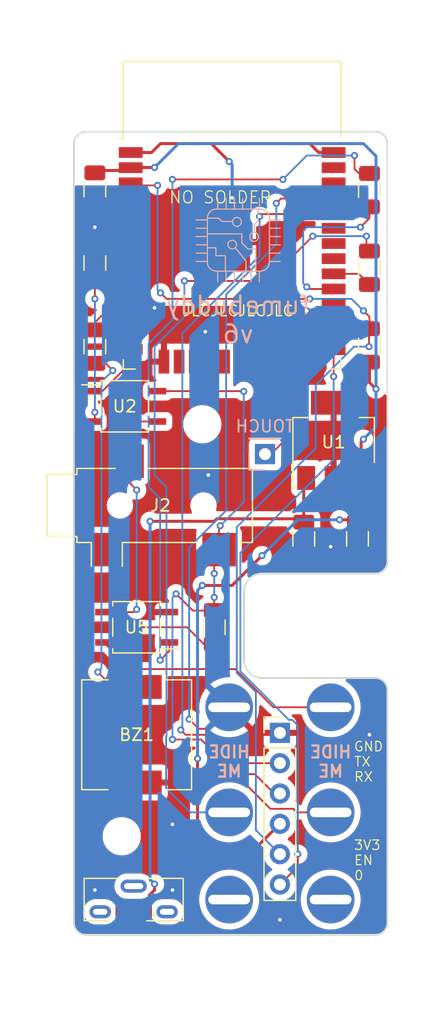
<source format=kicad_pcb>
(kicad_pcb (version 20221018) (generator pcbnew)
  (layers (0 "F.Cu" signal "Top") (31 "B.Cu" signal "Bottom") (34 "B.Paste" user) (35 "F.Paste" user) (36 "B.SilkS" user "B.Silkscreen") (37 "F.SilkS" user "F.Silkscreen") (38 "B.Mask" user) (39 "F.Mask" user) (44 "Edge.Cuts" user))
  (net 0 "")
  (net 1 "GND")
  (net 2 "VBUS")
  (net 3 "+3V3")
  (net 4 "Net-(BZ1--)")
  (net 5 "/TXD")
  (net 6 "/RXD")
  (net 8 "Net-(J2-PadR)")
  (net 10 "/SENSOR")
  (net 11 "Net-(R2-Pad2)")
  (net 12 "/RELAY_NC")
  (net 13 "Net-(R4-Pad2)")
  (net 15 "/RELAY_NO")
  (net 18 "/GPIO0")
  (net 19 "/EN")
  (net 20 "/TOUCH")
  (net 21 "Net-(SW1-B)")
  (net 22 "Net-(SW2-B)")
  (net 23 "Net-(U4-IO26)")
  (net 25 "Net-(SW1-A)")
  (footprint "Resistor_SMD:R_1206_3216Metric" (layer "F.Cu") (at 138.5 93.9 90)
    (fp_text reference "R1" hide)
    (fp_text value "4k7")
    (pad "1" smd roundrect (at -1.4 0 90) (size 1.25 1.75) (layers "F.Cu" "F.Paste" "F.Mask") (roundrect_rratio 0.2) (net 10 "/SENSOR"))
    (pad "2" smd roundrect (at 1.4 0 90) (size 1.25 1.75) (layers "F.Cu" "F.Paste" "F.Mask") (roundrect_rratio 0.2) (net 22 "Net-(SW2-B)"))
  )
  (footprint "Resistor_SMD:R_1206_3216Metric" (layer "F.Cu") (at 125.5 124 90)
    (fp_text reference "R5" hide)
    (fp_text value "4k7")
    (pad "1" smd roundrect (at -1.4 0 90) (size 1.25 1.75) (layers "F.Cu" "F.Paste" "F.Mask") (roundrect_rratio 0.2) (net 8 "Net-(J2-PadR)"))
    (pad "2" smd roundrect (at 1.4 0 90) (size 1.25 1.75) (layers "F.Cu" "F.Paste" "F.Mask") (roundrect_rratio 0.2) (net 21 "Net-(SW1-B)"))
  )
  (footprint "Connector_USB:USB_Micro-B_Molex-105133-0001" (layer "F.Cu") (at 118.75 146.75 180)
    (fp_text reference "J1" hide)
    (fp_text value "USB_B_Micro")
    (pad "1" smd rect (at -1.3 -0.825 180) (size 0.45 1.5) (layers "F.Cu" "F.Paste" "F.Mask") (net 2 "VBUS"))
    (pad "2" smd rect (at -0.65 -0.825 180) (size 0.45 1.5) (layers "F.Cu" "F.Paste" "F.Mask"))
    (pad "3" smd rect (at 0 -0.825 180) (size 0.45 1.5) (layers "F.Cu" "F.Paste" "F.Mask"))
    (pad "4" smd rect (at 0.65 -0.825 180) (size 0.45 1.5) (layers "F.Cu" "F.Paste" "F.Mask"))
    (pad "5" smd rect (at 1.3 -0.825 180) (size 0.45 1.5) (layers "F.Cu" "F.Paste" "F.Mask") (net 1 "GND"))
    (pad "6" thru_hole oval (at -2.8 -1.075 180) (size 1.8 1.1) (drill oval 1.2 0.5) (layers "*.Cu" "*.Mask"))
    (pad "6" thru_hole oval (at 0 1.075 180) (size 2.2 1.1) (drill oval 1.6 0.5) (layers "*.Cu" "*.Mask"))
    (pad "6" thru_hole oval (at 2.8 -1.075 180) (size 1.8 1.1) (drill oval 1.2 0.5) (layers "*.Cu" "*.Mask"))
  )
  (footprint "Resistor_SMD:R_1206_3216Metric" (layer "F.Cu") (at 138.5 87.4 90)
    (fp_text reference "R4" hide)
    (fp_text value "4k7")
    (pad "1" smd roundrect (at -1.4 0 90) (size 1.25 1.75) (layers "F.Cu" "F.Paste" "F.Mask") (roundrect_rratio 0.2) (net 12 "/RELAY_NC"))
    (pad "2" smd roundrect (at 1.4 0 90) (size 1.25 1.75) (layers "F.Cu" "F.Paste" "F.Mask") (roundrect_rratio 0.2) (net 13 "Net-(R4-Pad2)"))
  )
  (footprint "Resistor_SMD:R_1206_3216Metric" (layer "F.Cu") (at 115.5 93.5 -90)
    (fp_text reference "R2" hide)
    (fp_text value "4k7")
    (pad "1" smd roundrect (at -1.4 0 270) (size 1.25 1.75) (layers "F.Cu" "F.Paste" "F.Mask") (roundrect_rratio 0.2) (net 1 "GND"))
    (pad "2" smd roundrect (at 1.4 0 270) (size 1.25 1.75) (layers "F.Cu" "F.Paste" "F.Mask") (roundrect_rratio 0.2) (net 11 "Net-(R2-Pad2)"))
  )
  (footprint "Package_SO:SOP-4_3.8x4.1mm_P2.54mm" (layer "F.Cu") (at 119 124 180)
    (fp_text reference "U5" (at 0 0) (layer "F.SilkS"))
    (fp_text value "CPC1117N (NC)")
    (pad "1" smd rect (at -2.75 -1.27 180) (size 1.45 0.55) (layers "F.Cu" "F.Paste" "F.Mask") (net 13 "Net-(R4-Pad2)"))
    (pad "2" smd rect (at -2.75 1.27 180) (size 1.45 0.55) (layers "F.Cu" "F.Paste" "F.Mask") (net 1 "GND"))
    (pad "3" smd rect (at 2.75 1.27 180) (size 1.45 0.55) (layers "F.Cu" "F.Paste" "F.Mask") (net 8 "Net-(J2-PadR)"))
    (pad "4" smd rect (at 2.75 -1.27 180) (size 1.45 0.55) (layers "F.Cu" "F.Paste" "F.Mask") (net 25 "Net-(SW1-A)"))
  )
  (footprint "Package_SO:SOP-4_3.8x4.1mm_P2.54mm" (layer "F.Cu") (at 118 105.5)
    (fp_text reference "U2" (at 0 0) (layer "F.SilkS"))
    (fp_text value "CPC1017N (NO)")
    (pad "1" smd rect (at -2.75 -1.27) (size 1.45 0.55) (layers "F.Cu" "F.Paste" "F.Mask") (net 15 "/RELAY_NO"))
    (pad "2" smd rect (at -2.75 1.27) (size 1.45 0.55) (layers "F.Cu" "F.Paste" "F.Mask") (net 11 "Net-(R2-Pad2)"))
    (pad "3" smd rect (at 2.75 1.27) (size 1.45 0.55) (layers "F.Cu" "F.Paste" "F.Mask") (net 8 "Net-(J2-PadR)"))
    (pad "4" smd rect (at 2.75 -1.27) (size 1.45 0.55) (layers "F.Cu" "F.Paste" "F.Mask") (net 21 "Net-(SW1-B)"))
  )
  (footprint "Package_TO_SOT_SMD:SOT-223-3_TabPin2" (layer "F.Cu") (at 135.5 108.35 90)
    (fp_text reference "U1" (at -0.15 0) (layer "F.SilkS"))
    (fp_text value "AP7361C-33E")
    (pad "1" smd rect (at -3.15 -2.3 90) (size 2 1.5) (layers "F.Cu" "F.Paste" "F.Mask") (net 2 "VBUS"))
    (pad "2" smd rect (at -3.15 0 90) (size 2 1.5) (layers "F.Cu" "F.Paste" "F.Mask") (net 1 "GND"))
    (pad "2" smd rect (at 3.15 0 90) (size 2 3.8) (layers "F.Cu" "F.Paste" "F.Mask") (net 1 "GND"))
    (pad "3" smd rect (at -3.15 2.3 90) (size 2 1.5) (layers "F.Cu" "F.Paste" "F.Mask") (net 3 "+3V3"))
  )
  (footprint "MountingHole:MountingHole_2.7mm_M2.5" (layer "F.Cu") (at 117.75 141.5)
    (fp_text reference "REF**" hide)
    (fp_text value "MountingHole_2.7mm_M2.5")
    (pad "" np_thru_hole circle locked (at 0 0) (size 2.7 2.7) (drill 2.7) (layers "*.Cu" "*.Mask"))
  )
  (footprint "Capacitor_SMD:C_1206_3216Metric" (layer "F.Cu") (at 137.5 116.6 -90)
    (fp_text reference "C2" hide)
    (fp_text value "4.7uF")
    (pad "1" smd roundrect (at -1.4 0 270) (size 1.25 1.75) (layers "F.Cu" "F.Paste" "F.Mask") (roundrect_rratio 0.2) (net 3 "+3V3"))
    (pad "2" smd roundrect (at 1.4 0 270) (size 1.25 1.75) (layers "F.Cu" "F.Paste" "F.Mask") (roundrect_rratio 0.2) (net 1 "GND"))
  )
  (footprint "Capacitor_SMD:C_1206_3216Metric" (layer "F.Cu") (at 133 116.6 90)
    (fp_text reference "C1" hide)
    (fp_text value "4.7uF")
    (pad "1" smd roundrect (at -1.4 0 90) (size 1.25 1.75) (layers "F.Cu" "F.Paste" "F.Mask") (roundrect_rratio 0.2) (net 1 "GND"))
    (pad "2" smd roundrect (at 1.4 0 90) (size 1.25 1.75) (layers "F.Cu" "F.Paste" "F.Mask") (roundrect_rratio 0.2) (net 2 "VBUS"))
  )
  (footprint "Capacitor_SMD:C_1206_3216Metric" (layer "F.Cu") (at 115.5 87.35 90)
    (fp_text reference "C3" hide)
    (fp_text value "10uF")
    (pad "1" smd roundrect (at -1.4 0 90) (size 1.25 1.75) (layers "F.Cu" "F.Paste" "F.Mask") (roundrect_rratio 0.2) (net 1 "GND"))
    (pad "2" smd roundrect (at 1.4 0 90) (size 1.25 1.75) (layers "F.Cu" "F.Paste" "F.Mask") (roundrect_rratio 0.2) (net 3 "+3V3"))
  )
  (footprint "Resistor_SMD:R_1206_3216Metric" (layer "F.Cu") (at 115.5 100.5 90)
    (fp_text reference "R3" hide)
    (fp_text value "1k")
    (pad "1" smd roundrect (at -1.4 0 90) (size 1.25 1.75) (layers "F.Cu" "F.Paste" "F.Mask") (roundrect_rratio 0.2) (net 4 "Net-(BZ1--)"))
    (pad "2" smd roundrect (at 1.4 0 90) (size 1.25 1.75) (layers "F.Cu" "F.Paste" "F.Mask") (roundrect_rratio 0.2) (net 23 "Net-(U4-IO26)"))
  )
  (footprint "Buzzer_Beeper:Buzzer_CUI_CPT-9019S-SMT" (layer "F.Cu") (at 119 133 -90)
    (fp_text reference "BZ1" (at 0 0) (layer "F.SilkS"))
    (fp_text value "Buzzer")
    (pad "1" smd rect (at -4 0 270) (size 2 4.2) (layers "F.Cu" "F.Paste" "F.Mask") (net 4 "Net-(BZ1--)"))
    (pad "2" smd rect (at 4 0 270) (size 2 4.2) (layers "F.Cu" "F.Paste" "F.Mask") (net 1 "GND"))
  )
  (footprint "Connector_Audio:Jack_3.5mm_CUI_SJ-3523-SMT_Horizontal" (layer "F.Cu") (at 120.1 113.8 90)
    (fp_text reference "J2" (at 0 0.9 180) (layer "F.SilkS"))
    (fp_text value "STATION")
    (pad "" np_thru_hole circle (at 0 -2.5 90) (size 1.7 1.7) (drill 1.7) (layers "*.Cu" "*.Mask"))
    (pad "" np_thru_hole circle (at 0 4.5 90) (size 1.7 1.7) (drill 1.7) (layers "*.Cu" "*.Mask"))
    (pad "R" smd rect (at 3.7 -1.6 90) (size 2.8 2.2) (layers "F.Cu" "F.Paste" "F.Mask") (net 8 "Net-(J2-PadR)"))
    (pad "S" smd rect (at -3.7 -3.6 90) (size 2.8 2.2) (layers "F.Cu" "F.Paste" "F.Mask"))
    (pad "T" smd rect (at -3.7 5.8 90) (size 2.8 2.8) (layers "F.Cu" "F.Paste" "F.Mask") (net 21 "Net-(SW1-B)"))
  )
  (footprint "RF_Module:ESP32-WROOM-32" (layer "F.Cu") (at 127 92.5)
    (fp_text reference "U4" hide)
    (fp_text value "ESP32-WROOM-32D")
    (pad "1" smd rect (at -8.5 -8.255) (size 2 0.9) (layers "F.Cu" "F.Paste" "F.Mask") (net 1 "GND"))
    (pad "2" smd rect (at -8.5 -6.985) (size 2 0.9) (layers "F.Cu" "F.Paste" "F.Mask") (net 3 "+3V3"))
    (pad "3" smd rect (at -8.5 -5.715) (size 2 0.9) (layers "F.Cu" "F.Paste" "F.Mask") (net 19 "/EN"))
    (pad "4" smd rect (at -8.5 -4.445) (size 2 0.9) (layers "F.Cu" "F.Paste" "F.Mask"))
    (pad "5" smd rect (at -8.5 -3.175) (size 2 0.9) (layers "F.Cu" "F.Paste" "F.Mask"))
    (pad "6" smd rect (at -8.5 -1.905) (size 2 0.9) (layers "F.Cu" "F.Paste" "F.Mask"))
    (pad "7" smd rect (at -8.5 -0.635) (size 2 0.9) (layers "F.Cu" "F.Paste" "F.Mask"))
    (pad "8" smd rect (at -8.5 0.635) (size 2 0.9) (layers "F.Cu" "F.Paste" "F.Mask"))
    (pad "9" smd rect (at -8.5 1.905) (size 2 0.9) (layers "F.Cu" "F.Paste" "F.Mask"))
    (pad "10" smd rect (at -8.5 3.175) (size 2 0.9) (layers "F.Cu" "F.Paste" "F.Mask"))
    (pad "11" smd rect (at -8.5 4.445) (size 2 0.9) (layers "F.Cu" "F.Paste" "F.Mask") (net 23 "Net-(U4-IO26)"))
    (pad "12" smd rect (at -8.5 5.715) (size 2 0.9) (layers "F.Cu" "F.Paste" "F.Mask"))
    (pad "13" smd rect (at -8.5 6.985) (size 2 0.9) (layers "F.Cu" "F.Paste" "F.Mask"))
    (pad "14" smd rect (at -8.5 8.255) (size 2 0.9) (layers "F.Cu" "F.Paste" "F.Mask") (net 15 "/RELAY_NO"))
    (pad "15" smd rect (at -5.715 9.255 90) (size 2 0.9) (layers "F.Cu" "F.Paste" "F.Mask") (net 1 "GND"))
    (pad "16" smd rect (at -4.445 9.255 90) (size 2 0.9) (layers "F.Cu" "F.Paste" "F.Mask"))
    (pad "17" smd rect (at -3.175 9.255 90) (size 2 0.9) (layers "F.Cu" "F.Paste" "F.Mask"))
    (pad "18" smd rect (at -1.905 9.255 90) (size 2 0.9) (layers "F.Cu" "F.Paste" "F.Mask"))
    (pad "19" smd rect (at -0.635 9.255 90) (size 2 0.9) (layers "F.Cu" "F.Paste" "F.Mask"))
    (pad "20" smd rect (at 0.635 9.255 90) (size 2 0.9) (layers "F.Cu" "F.Paste" "F.Mask"))
    (pad "21" smd rect (at 1.905 9.255 90) (size 2 0.9) (layers "F.Cu" "F.Paste" "F.Mask"))
    (pad "22" smd rect (at 3.175 9.255 90) (size 2 0.9) (layers "F.Cu" "F.Paste" "F.Mask"))
    (pad "23" smd rect (at 4.445 9.255 90) (size 2 0.9) (layers "F.Cu" "F.Paste" "F.Mask"))
    (pad "24" smd rect (at 5.715 9.255 90) (size 2 0.9) (layers "F.Cu" "F.Paste" "F.Mask") (net 20 "/TOUCH"))
    (pad "25" smd rect (at 8.5 8.255) (size 2 0.9) (layers "F.Cu" "F.Paste" "F.Mask") (net 18 "/GPIO0"))
    (pad "26" smd rect (at 8.5 6.985) (size 2 0.9) (layers "F.Cu" "F.Paste" "F.Mask"))
    (pad "27" smd rect (at 8.5 5.715) (size 2 0.9) (layers "F.Cu" "F.Paste" "F.Mask"))
    (pad "28" smd rect (at 8.5 4.445) (size 2 0.9) (layers "F.Cu" "F.Paste" "F.Mask"))
    (pad "29" smd rect (at 8.5 3.175) (size 2 0.9) (layers "F.Cu" "F.Paste" "F.Mask") (net 12 "/RELAY_NC"))
    (pad "30" smd rect (at 8.5 1.905) (size 2 0.9) (layers "F.Cu" "F.Paste" "F.Mask") (net 10 "/SENSOR"))
    (pad "31" smd rect (at 8.5 0.635) (size 2 0.9) (layers "F.Cu" "F.Paste" "F.Mask"))
    (pad "32" smd rect (at 8.5 -0.635) (size 2 0.9) (layers "F.Cu" "F.Paste" "F.Mask"))
    (pad "33" smd rect (at 8.5 -1.905) (size 2 0.9) (layers "F.Cu" "F.Paste" "F.Mask"))
    (pad "34" smd rect (at 8.5 -3.175) (size 2 0.9) (layers "F.Cu" "F.Paste" "F.Mask") (net 6 "/RXD"))
    (pad "35" smd rect (at 8.5 -4.445) (size 2 0.9) (layers "F.Cu" "F.Paste" "F.Mask") (net 5 "/TXD"))
    (pad "36" smd rect (at 8.5 -5.715) (size 2 0.9) (layers "F.Cu" "F.Paste" "F.Mask"))
    (pad "37" smd rect (at 8.5 -6.985) (size 2 0.9) (layers "F.Cu" "F.Paste" "F.Mask"))
    (pad "38" smd rect (at 8.5 -8.255) (size 2 0.9) (layers "F.Cu" "F.Paste" "F.Mask") (net 1 "GND"))
    (pad "39" smd rect (at -1 -0.755) (size 5 5) (layers "F.Cu" "F.Mask") (net 1 "GND"))
  )
  (footprint "Resistor_SMD:R_1206_3216Metric" (layer "F.Cu") (at 138.5 100.4 -90)
    (fp_text reference "R6" hide)
    (fp_text value "100k")
    (pad "1" smd roundrect (at -1.4 0 270) (size 1.25 1.75) (layers "F.Cu" "F.Paste" "F.Mask") (roundrect_rratio 0.2) (net 19 "/EN"))
    (pad "2" smd roundrect (at 1.4 0 270) (size 1.25 1.75) (layers "F.Cu" "F.Paste" "F.Mask") (roundrect_rratio 0.2) (net 3 "+3V3"))
  )
  (footprint "!Greg:PinHeader_1x06_P2.54mm_Vertical" (layer "F.Cu") (at 131 132.84)
    (fp_text reference "J3")
    (fp_text value "esp32buddy")
    (fp_text user "TX" (at 6.16 2.415) (layer "F.SilkS") (effects (font (size 0.8 0.8) (thickness 0.1)) (justify left)))
    (fp_text user "3V3" (at 7.314762 9.4) (layer "F.SilkS") (effects (font (size 0.8 0.8) (thickness 0.1))))
    (fp_text user "0" (at 6.16 11.94) (layer "F.SilkS") (effects (font (size 0.8 0.8) (thickness 0.1)) (justify left)))
    (fp_text user "GND" (at 7.429047 1.145) (layer "F.SilkS") (effects (font (size 0.8 0.8) (thickness 0.1))))
    (fp_text user "EN" (at 6.16 10.67) (layer "F.SilkS") (effects (font (size 0.8 0.8) (thickness 0.1)) (justify left)))
    (fp_text user "RX" (at 6.16 3.685) (layer "F.SilkS") (effects (font (size 0.8 0.8) (thickness 0.1)) (justify left)))
    (pad "1" thru_hole rect (at 0 0) (size 1.7 1.7) (drill 1) (layers "*.Cu" "*.Mask") (net 1 "GND"))
    (pad "2" thru_hole oval (at 0 2.54) (size 1.7 1.7) (drill 1) (layers "*.Cu" "*.Mask") (net 5 "/TXD"))
    (pad "3" thru_hole oval (at 0 5.08) (size 1.7 1.7) (drill 1) (layers "*.Cu" "*.Mask") (net 6 "/RXD"))
    (pad "4" thru_hole oval (at 0 7.62) (size 1.7 1.7) (drill 1) (layers "*.Cu" "*.Mask") (net 3 "+3V3"))
    (pad "5" thru_hole oval (at 0 10.16) (size 1.7 1.7) (drill 1) (layers "*.Cu" "*.Mask") (net 19 "/EN"))
    (pad "6" thru_hole oval (at 0 12.7) (size 1.7 1.7) (drill 1) (layers "*.Cu" "*.Mask") (net 18 "/GPIO0"))
  )
  (footprint "!Custom:OMRON_SS-01-E" (layer "B.Cu") (at 126.75 139.5 -90)
    (fp_text reference "SW2" hide)
    (fp_text value "SW_SPDT")
    (pad "1" thru_hole circle (at -8.8 0 270) (size 4 4) (drill oval 0.8 3.5) (layers "*.Cu" "*.Mask") (net 1 "GND"))
    (pad "2" thru_hole circle (at 0 0 270) (size 4 4) (drill oval 0.8 3.5) (layers "*.Cu" "*.Mask") (net 22 "Net-(SW2-B)"))
    (pad "3" thru_hole circle (at 7.3 0 270) (size 4 4) (drill oval 0.8 3.5) (layers "*.Cu" "*.Mask"))
  )
  (footprint "MountingHole:MountingHole_2.7mm_M2.5" (layer "B.Cu") (at 124.5 107)
    (fp_text reference "REF**" hide)
    (fp_text value "MountingHole_2.7mm_M2.5")
    (pad "" np_thru_hole circle locked (at 0 0) (size 2.7 2.7) (drill 2.7) (layers "*.Cu" "*.Mask"))
  )
  (footprint "!Custom:OMRON_SS-01-E" (layer "B.Cu") (at 135.25 139.5 -90)
    (fp_text reference "SW1" hide)
    (fp_text value "SW_SPDT")
    (pad "1" thru_hole circle (at -8.8 0 270) (size 4 4) (drill oval 0.8 3.5) (layers "*.Cu" "*.Mask") (net 25 "Net-(SW1-A)"))
    (pad "2" thru_hole circle (at 0 0 270) (size 4 4) (drill oval 0.8 3.5) (layers "*.Cu" "*.Mask") (net 21 "Net-(SW1-B)"))
    (pad "3" thru_hole circle (at 7.3 0 270) (size 4 4) (drill oval 0.8 3.5) (layers "*.Cu" "*.Mask"))
  )
  (footprint "!Custom:TinkerTown_Silkscreen" (layer "B.Cu") (at 127.5 91.5)
    (fp_text reference "REF**" hide)
    (fp_text value "TinkerTown_Silkscreen")
  )
  (footprint "Connector_PinHeader_2.54mm:PinHeader_1x01_P2.54mm_Vertical" (layer "B.Cu") (at 129.75 109.5)
    (fp_text reference "J4" hide)
    (fp_text value "TOUCH" (at 0 -2.33) (layer "B.SilkS") (effects (justify mirror)))
    (pad "1" thru_hole rect (at 0 0) (size 1.7 1.7) (drill 1) (layers "*.Cu" "*.Mask") (net 20 "/TOUCH"))
  )
  (gr_line (start 139 128.25) (end 129.5 128.25) (stroke (width 0.15)) (layer "Edge.Cuts"))
  (gr_line (start 140 118.5) (end 140 83.5) (stroke (width 0.15)) (layer "Edge.Cuts"))
  (gr_line (start 139 82.5) (end 114.75 82.5) (stroke (width 0.15)) (layer "Edge.Cuts"))
  (gr_line (start 113.75 83.5) (end 113.75 148.75) (stroke (width 0.15)) (layer "Edge.Cuts"))
  (gr_arc (start 129.5 128.25) (mid 128.43934 127.81066) (end 128 126.75) (stroke (width 0.15)) (layer "Edge.Cuts"))
  (gr_arc (start 128 121) (mid 128.43934 119.93934) (end 129.5 119.5) (stroke (width 0.15)) (layer "Edge.Cuts"))
  (gr_arc (start 114.75 149.75) (mid 114.042893 149.457107) (end 113.75 148.75) (stroke (width 0.15)) (layer "Edge.Cuts"))
  (gr_arc (start 139 82.5) (mid 139.707107 82.792893) (end 140 83.5) (stroke (width 0.15)) (layer "Edge.Cuts"))
  (gr_arc (start 113.75 83.5) (mid 114.042893 82.792893) (end 114.75 82.5) (stroke (width 0.15)) (layer "Edge.Cuts"))
  (gr_arc (start 139 128.25) (mid 139.707107 128.542893) (end 140 129.25) (stroke (width 0.15)) (layer "Edge.Cuts"))
  (gr_arc (start 140 118.5) (mid 139.707107 119.207107) (end 139 119.5) (stroke (width 0.15)) (layer "Edge.Cuts"))
  (gr_arc (start 140 148.75) (mid 139.707107 149.457107) (end 139 149.75) (stroke (width 0.15)) (layer "Edge.Cuts"))
  (gr_line (start 129.5 119.5) (end 139 119.5) (stroke (width 0.15)) (layer "Edge.Cuts"))
  (gr_line (start 114.75 149.75) (end 139 149.75) (stroke (width 0.15)) (layer "Edge.Cuts"))
  (gr_line (start 128 126.75) (end 128 121) (stroke (width 0.15)) (layer "Edge.Cuts"))
  (gr_line (start 140 129.25) (end 140 148.75) (stroke (width 0.15)) (layer "Edge.Cuts"))
  (gr_text "fumebuddy\nv6" (at 127.5 98.25) (layer "B.SilkS") (effects (font (size 1.5 1.5) (thickness 0.2)) (justify mirror)))
  (gr_text "HIDE\nME" (at 126.75 135.25) (layer "B.SilkS") (effects (font (size 1 1) (thickness 0.2)) (justify mirror)))
  (gr_text "HIDE\nME" (at 135.25 135.25) (layer "B.SilkS") (effects (font (size 1 1) (thickness 0.2)) (justify mirror)))
  (gr_text "NO SOLDER" (at 126 88) (layer "F.SilkS") (effects (font (size 1 1) (thickness 0.1))))
  (gr_text "JLCJLCJLCJLC" (at 127.5 97.5) (layer "F.SilkS") (effects (font (size 0.9 0.9) (thickness 0.12))))
  (segment (start 135.5 84.245) (end 134.25 84.245) (width 0.25) (layer "F.Cu") (net 1))
  (segment (start 133.505 83.5) (end 127.5 83.5) (width 0.25) (layer "F.Cu") (net 1))
  (segment (start 127.5 83.5) (end 127.54 83.5) (width 0.25) (layer "F.Cu") (net 1))
  (segment (start 116.875 146) (end 115.5 146) (width 0.25) (layer "F.Cu") (net 1))
  (segment (start 125.25 83.5) (end 127.5 83.5) (width 0.25) (layer "F.Cu") (net 1))
  (segment (start 117.45 146.575) (end 116.875 146) (width 0.25) (layer "F.Cu") (net 1))
  (segment (start 117.45 147.575) (end 117.45 146.575) (width 0.25) (layer "F.Cu") (net 1))
  (segment (start 121 83.5) (end 125.25 83.5) (width 0.25) (layer "F.Cu") (net 1))
  (segment (start 131 132.84) (end 128.89 132.84) (width 0.25) (layer "F.Cu") (net 1))
  (segment (start 118.5 84.245) (end 120.255 84.245) (width 0.25) (layer "F.Cu") (net 1))
  (segment (start 128.89 132.84) (end 126.75 130.7) (width 0.25) (layer "F.Cu") (net 1))
  (segment (start 134.25 84.245) (end 133.505 83.5) (width 0.25) (layer "F.Cu") (net 1))
  (segment (start 126.75 85) (end 125.25 83.5) (width 0.25) (layer "F.Cu") (net 1))
  (segment (start 120.255 84.245) (end 121 83.5) (width 0.25) (layer "F.Cu") (net 1))
  (via (at 125 111.25) (size 0.6) (drill 0.3) (layers "F.Cu" "B.Cu") (net 1))
  (via (at 115.5 146) (size 0.6) (drill 0.3) (layers "F.Cu" "B.Cu") (net 1))
  (via (at 122 146) (size 0.6) (drill 0.3) (layers "F.Cu" "B.Cu") (net 1))
  (via (at 135.25 117.25) (size 0.6) (drill 0.3) (layers "F.Cu" "B.Cu") (net 1))
  (via (at 127 88.0362) (size 0.6) (drill 0.3) (layers "F.Cu" "B.Cu") (net 1))
  (via (at 115.5 90.5) (size 0.6) (drill 0.3) (layers "F.Cu" "B.Cu") (net 1))
  (via (at 131 148.5) (size 0.6) (drill 0.3) (layers "F.Cu" "B.Cu") (net 1))
  (via (at 124.75 99.25) (size 0.6) (drill 0.3) (layers "F.Cu" "B.Cu") (net 1))
  (via (at 120.5 97.25) (size 0.6) (drill 0.3) (layers "F.Cu" "B.Cu") (net 1))
  (via (at 122 140.5) (size 0.6) (drill 0.3) (layers "F.Cu" "B.Cu") (net 1))
  (via (at 138.5 133) (size 0.6) (drill 0.3) (layers "F.Cu" "B.Cu") (net 1))
  (via (at 133.25 97.5) (size 0.6) (drill 0.3) (layers "F.Cu" "B.Cu") (net 1))
  (via (at 126.75 85) (size 0.6) (drill 0.3) (layers "F.Cu" "B.Cu") (net 1))
  (segment (start 126.96 87.9962) (end 127 88.0362) (width 0.25) (layer "B.Cu") (net 1))
  (segment (start 127 88.0362) (end 127 85.25) (width 0.25) (layer "B.Cu") (net 1))
  (segment (start 127 85.25) (end 126.75 85) (width 0.25) (layer "B.Cu") (net 1))
  (segment (start 133 111.7) (end 133.2 111.5) (width 0.25) (layer "F.Cu") (net 2))
  (segment (start 120.5 145.5) (end 120.5 146) (width 0.25) (layer "F.Cu") (net 2))
  (segment (start 132.714999 114.914999) (end 125.719199 114.914999) (width 0.25) (layer "F.Cu") (net 2))
  (segment (start 125.509198 115.125) (end 120.125 115.125) (width 0.25) (layer "F.Cu") (net 2))
  (segment (start 120.5 146) (end 120.05 146.45) (width 0.25) (layer "F.Cu") (net 2))
  (segment (start 120.05 146.45) (end 120.05 147.575) (width 0.25) (layer "F.Cu") (net 2))
  (segment (start 133 115.2) (end 132.714999 114.914999) (width 0.25) (layer "F.Cu") (net 2))
  (segment (start 125.719199 114.914999) (end 125.509198 115.125) (width 0.25) (layer "F.Cu") (net 2))
  (segment (start 133 115.2) (end 133 111.7) (width 0.25) (layer "F.Cu") (net 2))
  (via (at 120.125 115.125) (size 0.6) (drill 0.3) (layers "F.Cu" "B.Cu") (net 2))
  (via (at 120.5 145.5) (size 0.6) (drill 0.3) (layers "F.Cu" "B.Cu") (net 2))
  (segment (start 120.125 145.125) (end 120.125 115.125) (width 0.25) (layer "B.Cu") (net 2))
  (segment (start 120.5 145.5) (end 120.125 145.125) (width 0.25) (layer "B.Cu") (net 2))
  (segment (start 118.265 85.75) (end 118.5 85.515) (width 0.25) (layer "F.Cu") (net 3))
  (segment (start 118.515 85.5) (end 118.5 85.515) (width 0.25) (layer "F.Cu") (net 3))
  (segment (start 128.56 142.9) (end 124.4 142.9) (width 0.25) (layer "F.Cu") (net 3))
  (segment (start 137.3 115) (end 137.5 115.2) (width 0.25) (layer "F.Cu") (net 3))
  (segment (start 124.5 120.5) (end 127 120.5) (width 0.25) (layer "F.Cu") (net 3))
  (segment (start 137.8 111.5) (end 137.8 108.45) (width 0.25) (layer "F.Cu") (net 3))
  (segment (start 115.585 85.515) (end 115.5 85.6) (width 0.25) (layer "F.Cu") (net 3))
  (segment (start 137.5 111.8) (end 137.8 111.5) (width 0.25) (layer "F.Cu") (net 3))
  (segment (start 115.7 85.75) (end 118.265 85.75) (width 0.25) (layer "F.Cu") (net 3))
  (segment (start 137.5 115.2) (end 137.5 111.8) (width 0.25) (layer "F.Cu") (net 3))
  (segment (start 115.5 85.95) (end 115.7 85.75) (width 0.25) (layer "F.Cu") (net 3))
  (segment (start 137.8 108.45) (end 138 108.25) (width 0.25) (layer "F.Cu") (net 3))
  (segment (start 124.100002 142.600002) (end 124.100002 135) (width 0.25) (layer "F.Cu") (net 3))
  (segment (start 120.5 85.5) (end 118.515 85.5) (width 0.25) (layer "F.Cu") (net 3))
  (segment (start 138.5 103.5) (end 139.049999 104.049999) (width 0.25) (layer "F.Cu") (net 3))
  (segment (start 124.4 142.9) (end 124.100002 142.600002) (width 0.25) (layer "F.Cu") (net 3))
  (segment (start 138.5 101.8) (end 138.5 103.5) (width 0.25) (layer "F.Cu") (net 3))
  (segment (start 127 120.5) (end 129.5 118) (width 0.25) (layer "F.Cu") (net 3))
  (segment (start 131 140.46) (end 131 140.2) (width 0.25) (layer "F.Cu") (net 3))
  (segment (start 136 115) (end 137.3 115) (width 0.25) (layer "F.Cu") (net 3))
  (segment (start 131 140.46) (end 128.56 142.9) (width 0.25) (layer "F.Cu") (net 3))
  (via (at 120.5 85.5) (size 0.6) (drill 0.3) (layers "F.Cu" "B.Cu") (net 3))
  (via (at 124.100002 135) (size 0.6) (drill 0.3) (layers "F.Cu" "B.Cu") (net 3))
  (via (at 136 115) (size 0.6) (drill 0.3) (layers "F.Cu" "B.Cu") (net 3))
  (via (at 138 108.25) (size 0.6) (drill 0.3) (layers "F.Cu" "B.Cu") (net 3))
  (via (at 139.049999 104.049999) (size 0.6) (drill 0.3) (layers "F.Cu" "B.Cu") (net 3))
  (via (at 129.5 118) (size 0.6) (drill 0.3) (layers "F.Cu" "B.Cu") (net 3))
  (via (at 124.5 120.5) (size 0.6) (drill 0.3) (layers "F.Cu" "B.Cu") (net 3))
  (segment (start 124.100002 120.899998) (end 124.100002 135) (width 0.25) (layer "B.Cu") (net 3))
  (segment (start 139.049999 84.549999) (end 139.049999 104.049999) (width 0.25) (layer "B.Cu") (net 3))
  (segment (start 122.5 83.5) (end 138 83.5) (width 0.25) (layer "B.Cu") (net 3))
  (segment (start 139.049999 107.200001) (end 138 108.25) (width 0.25) (layer "B.Cu") (net 3))
  (segment (start 129.5 118) (end 132.5 115) (width 0.25) (layer "B.Cu") (net 3))
  (segment (start 138 83.5) (end 139.049999 84.549999) (width 0.25) (layer "B.Cu") (net 3))
  (segment (start 124.5 120.5) (end 124.100002 120.899998) (width 0.25) (layer "B.Cu") (net 3))
  (segment (start 120.5 85.5) (end 122.5 83.5) (width 0.25) (layer "B.Cu") (net 3))
  (segment (start 139.049999 104.049999) (end 139.049999 107.200001) (width 0.25) (layer "B.Cu") (net 3))
  (segment (start 132.5 115) (end 136 115) (width 0.25) (layer "B.Cu") (net 3))
  (segment (start 115.5 101.9) (end 116.4 101.9) (width 0.1524) (layer "F.Cu") (net 4))
  (segment (start 117 129) (end 115.75 127.75) (width 0.1524) (layer "F.Cu") (net 4))
  (segment (start 119 129) (end 117 129) (width 0.1524) (layer "F.Cu") (net 4))
  (segment (start 116.4 101.9) (end 117 102.5) (width 0.1524) (layer "F.Cu") (net 4))
  (via (at 117 102.5) (size 0.6) (drill 0.3) (layers "F.Cu" "B.Cu") (net 4))
  (via (at 115.75 127.75) (size 0.6) (drill 0.3) (layers "F.Cu" "B.Cu") (net 4))
  (segment (start 116.049999 127.450001) (end 115.75 127.75) (width 0.1524) (layer "B.Cu") (net 4))
  (segment (start 116.049999 103.450001) (end 116.049999 127.450001) (width 0.1524) (layer "B.Cu") (net 4))
  (segment (start 117 102.5) (end 116.049999 103.450001) (width 0.1524) (layer "B.Cu") (net 4))
  (segment (start 124.781066 132.5) (end 124.2 132.5) (width 0.1524) (layer "F.Cu") (net 5))
  (segment (start 130.7 88.5) (end 131.1 88.1) (width 0.1524) (layer "F.Cu") (net 5))
  (segment (start 127.661066 135.38) (end 124.781066 132.5) (width 0.1524) (layer "F.Cu") (net 5))
  (segment (start 135.455 88.1) (end 135.5 88.055) (width 0.1524) (layer "F.Cu") (net 5))
  (segment (start 131 135.38) (end 127.661066 135.38) (width 0.1524) (layer "F.Cu") (net 5))
  (segment (start 124.2 132.5) (end 123.4 131.7) (width 0.1524) (layer "F.Cu") (net 5))
  (segment (start 131.1 88.1) (end 135.455 88.1) (width 0.1524) (layer "F.Cu") (net 5))
  (via (at 123.4 131.7) (size 0.6) (drill 0.3) (layers "F.Cu" "B.Cu") (net 5))
  (via (at 130.7 88.5) (size 0.6) (drill 0.3) (layers "F.Cu" "B.Cu") (net 5))
  (segment (start 123.4 117.31767) (end 126.5 114.21767) (width 0.1524) (layer "B.Cu") (net 5))
  (segment (start 130.7 91.931066) (end 130.7 88.5) (width 0.1524) (layer "B.Cu") (net 5))
  (segment (start 126.5 114.21767) (end 126.5 96.131066) (width 0.1524) (layer "B.Cu") (net 5))
  (segment (start 126.5 96.131066) (end 130.7 91.931066) (width 0.1524) (layer "B.Cu") (net 5))
  (segment (start 123.4 131.7) (end 123.4 117.31767) (width 0.1524) (layer "B.Cu") (net 5))
  (segment (start 135.425 89.4) (end 135.5 89.325) (width 0.1524) (layer "F.Cu") (net 6))
  (segment (start 128.9 136.3) (end 128 136.3) (width 0.1524) (layer "F.Cu") (net 6))
  (segment (start 130.52 137.92) (end 128.9 136.3) (width 0.1524) (layer "F.Cu") (net 6))
  (segment (start 128 136.3) (end 124.7 133) (width 0.1524) (layer "F.Cu") (net 6))
  (segment (start 129.5 89.4) (end 135.425 89.4) (width 0.1524) (layer "F.Cu") (net 6))
  (segment (start 124.7 133) (end 123.1 133) (width 0.1524) (layer "F.Cu") (net 6))
  (segment (start 129.3 89.6) (end 129.5 89.4) (width 0.1524) (layer "F.Cu") (net 6))
  (segment (start 131 137.92) (end 130.52 137.92) (width 0.1524) (layer "F.Cu") (net 6))
  (segment (start 123.1 133) (end 122.7 132.6) (width 0.1524) (layer "F.Cu") (net 6))
  (via (at 122.7 132.6) (size 0.6) (drill 0.3) (layers "F.Cu" "B.Cu") (net 6))
  (via (at 129.3 89.6) (size 0.6) (drill 0.3) (layers "F.Cu" "B.Cu") (net 6))
  (segment (start 129.3 92.9) (end 129.3 89.6) (width 0.1524) (layer "B.Cu") (net 6))
  (segment (start 122.7 132.6) (end 122.828601 132.471399) (width 0.1524) (layer "B.Cu") (net 6))
  (segment (start 122.828601 132.471399) (end 122.828601 99.371399) (width 0.1524) (layer "B.Cu") (net 6))
  (segment (start 122.828601 99.371399) (end 129.3 92.9) (width 0.1524) (layer "B.Cu") (net 6))
  (segment (start 118.5 112) (end 119 112.5) (width 0.1524) (layer "F.Cu") (net 8))
  (segment (start 118.77 122.73) (end 119 122.5) (width 0.1524) (layer "F.Cu") (net 8))
  (segment (start 118.5 110.1) (end 118.5 107.5) (width 0.1524) (layer "F.Cu") (net 8))
  (segment (start 124.625 125.4) (end 123.225 124) (width 0.1524) (layer "F.Cu") (net 8))
  (segment (start 123.225 124) (end 118.5 124) (width 0.1524) (layer "F.Cu") (net 8))
  (segment (start 118.5 107.5) (end 119.23 106.77) (width 0.1524) (layer "F.Cu") (net 8))
  (segment (start 116.25 122.73) (end 118.77 122.73) (width 0.1524) (layer "F.Cu") (net 8))
  (segment (start 118.5 124) (end 117.23 122.73) (width 0.1524) (layer "F.Cu") (net 8))
  (segment (start 117.23 122.73) (end 116.25 122.73) (width 0.1524) (layer "F.Cu") (net 8))
  (segment (start 125.5 125.4) (end 124.625 125.4) (width 0.1524) (layer "F.Cu") (net 8))
  (segment (start 118.5 110.1) (end 118.5 112) (width 0.1524) (layer "F.Cu") (net 8))
  (segment (start 119.23 106.77) (end 120.75 106.77) (width 0.1524) (layer "F.Cu") (net 8))
  (via (at 119 112.5) (size 0.6) (drill 0.3) (layers "F.Cu" "B.Cu") (net 8))
  (via (at 119 122.5) (size 0.6) (drill 0.3) (layers "F.Cu" "B.Cu") (net 8))
  (segment (start 119 112.5) (end 119 122.5) (width 0.1524) (layer "B.Cu") (net 8))
  (segment (start 137.605 94.405) (end 138.5 95.3) (width 0.1524) (layer "F.Cu") (net 10))
  (segment (start 135.5 94.405) (end 137.605 94.405) (width 0.1524) (layer "F.Cu") (net 10))
  (segment (start 115.5 106) (end 115.5 106.52) (width 0.1524) (layer "F.Cu") (net 11))
  (segment (start 115.5 106.52) (end 115.25 106.77) (width 0.1524) (layer "F.Cu") (net 11))
  (segment (start 115.5 94.9) (end 115.5 96.5) (width 0.1524) (layer "F.Cu") (net 11))
  (via (at 115.5 96.5) (size 0.6) (drill 0.3) (layers "F.Cu" "B.Cu") (net 11))
  (via (at 115.5 106) (size 0.6) (drill 0.3) (layers "F.Cu" "B.Cu") (net 11))
  (segment (start 115.5 96.5) (end 115.5 106) (width 0.1524) (layer "B.Cu") (net 11))
  (segment (start 135.5 95.675) (end 133.425 95.675) (width 0.1524) (layer "F.Cu") (net 12))
  (segment (start 138.5 88.8) (end 138.5 89.75) (width 0.1524) (layer "F.Cu") (net 12))
  (segment (start 138.5 89.75) (end 137.75 90.5) (width 0.1524) (layer "F.Cu") (net 12))
  (segment (start 133.425 95.675) (end 133.25 95.5) (width 0.1524) (layer "F.Cu") (net 12))
  (via (at 133.25 95.5) (size 0.6) (drill 0.3) (layers "F.Cu" "B.Cu") (net 12))
  (via (at 137.75 90.5) (size 0.6) (drill 0.3) (layers "F.Cu" "B.Cu") (net 12))
  (segment (start 137.75 90.5) (end 133.25 90.5) (width 0.1524) (layer "B.Cu") (net 12))
  (segment (start 132.950001 95.200001) (end 133.25 95.5) (width 0.1524) (layer "B.Cu") (net 12))
  (segment (start 133.25 90.5) (end 132.950001 90.799999) (width 0.1524) (layer "B.Cu") (net 12))
  (segment (start 132.950001 90.799999) (end 132.950001 95.200001) (width 0.1524) (layer "B.Cu") (net 12))
  (segment (start 138.5 86) (end 137.625 86) (width 0.1524) (layer "F.Cu") (net 13))
  (segment (start 121.75 125.27) (end 121.75 125.97139) (width 0.1524) (layer "F.Cu") (net 13))
  (segment (start 131.25 86.5) (end 122 86.5) (width 0.1524) (layer "F.Cu") (net 13))
  (segment (start 137.625 86) (end 137.25 85.625) (width 0.1524) (layer "F.Cu") (net 13))
  (segment (start 137.25 85.625) (end 137.25 84.5) (width 0.1524) (layer "F.Cu") (net 13))
  (segment (start 121.75 125.97139) (end 120.97139 126.75) (width 0.1524) (layer "F.Cu") (net 13))
  (via (at 120.97139 126.75) (size 0.6) (drill 0.3) (layers "F.Cu" "B.Cu") (net 13))
  (via (at 137.25 84.5) (size 0.6) (drill 0.3) (layers "F.Cu" "B.Cu") (net 13))
  (via (at 122 86.5) (size 0.6) (drill 0.3) (layers "F.Cu" "B.Cu") (net 13))
  (via (at 131.25 86.5) (size 0.6) (drill 0.3) (layers "F.Cu" "B.Cu") (net 13))
  (segment (start 120 100.25) (end 120 112.25) (width 0.1524) (layer "B.Cu") (net 13))
  (segment (start 122 86.5) (end 122 98.25) (width 0.1524) (layer "B.Cu") (net 13))
  (segment (start 120.97139 113.22139) (end 120.97139 126.75) (width 0.1524) (layer "B.Cu") (net 13))
  (segment (start 137.25 84.5) (end 133.25 84.5) (width 0.1524) (layer "B.Cu") (net 13))
  (segment (start 120 112.25) (end 120.97139 113.22139) (width 0.1524) (layer "B.Cu") (net 13))
  (segment (start 122 98.25) (end 120 100.25) (width 0.1524) (layer "B.Cu") (net 13))
  (segment (start 133.25 84.5) (end 131.25 86.5) (width 0.1524) (layer "B.Cu") (net 13))
  (segment (start 115.25 104.23) (end 116.1274 104.23) (width 0.1524) (layer "F.Cu") (net 15))
  (segment (start 118.5 101.8574) (end 118.5 100.755) (width 0.1524) (layer "F.Cu") (net 15))
  (segment (start 116.1274 104.23) (end 118.5 101.8574) (width 0.1524) (layer "F.Cu") (net 15))
  (segment (start 131 145.54) (end 132.5 144.04) (width 0.1524) (layer "F.Cu") (net 18))
  (segment (start 132.5 144.04) (end 132.5 143) (width 0.1524) (layer "F.Cu") (net 18))
  (segment (start 135.5 100.755) (end 135.5 103) (width 0.1524) (layer "F.Cu") (net 18))
  (via (at 132.5 143) (size 0.6) (drill 0.3) (layers "F.Cu" "B.Cu") (net 18))
  (via (at 135.5 103) (size 0.6) (drill 0.3) (layers "F.Cu" "B.Cu") (net 18))
  (segment (start 135.5 109.956422) (end 135.5 103) (width 0.1524) (layer "B.Cu") (net 18))
  (segment (start 127.690791 127.690791) (end 127.690791 117.765631) (width 0.1524) (layer "B.Cu") (net 18))
  (segment (start 132.5 132.214838) (end 132.038961 131.753799) (width 0.1524) (layer "B.Cu") (net 18))
  (segment (start 132.5 143) (end 132.5 132.214838) (width 0.1524) (layer "B.Cu") (net 18))
  (segment (start 132.038961 131.753799) (end 131.753799 131.753799) (width 0.1524) (layer "B.Cu") (net 18))
  (segment (start 131.753799 131.753799) (end 127.690791 127.690791) (width 0.1524) (layer "B.Cu") (net 18))
  (segment (start 127.690791 117.765631) (end 135.5 109.956422) (width 0.1524) (layer "B.Cu") (net 18))
  (segment (start 120.75 87) (end 118.715 87) (width 0.1524) (layer "F.Cu") (net 19))
  (segment (start 121.5 96.5) (end 121 96) (width 0.1524) (layer "F.Cu") (net 19))
  (segment (start 133.5 96.5) (end 121.5 96.5) (width 0.1524) (layer "F.Cu") (net 19))
  (segment (start 138 99.5) (end 138.5 99) (width 0.1524) (layer "F.Cu") (net 19))
  (segment (start 138.5 99) (end 138.5 98) (width 0.1524) (layer "F.Cu") (net 19))
  (segment (start 138.5 98) (end 138 97.5) (width 0.1524) (layer "F.Cu") (net 19))
  (segment (start 138.464999 99.035001) (end 138.5 99) (width 0.1524) (layer "F.Cu") (net 19))
  (segment (start 118.715 87) (end 118.5 86.785) (width 0.1524) (layer "F.Cu") (net 19))
  (segment (start 138.464999 100.5) (end 138.464999 99.035001) (width 0.1524) (layer "F.Cu") (net 19))
  (via (at 120.75 87) (size 0.6) (drill 0.3) (layers "F.Cu" "B.Cu") (net 19))
  (via (at 138 97.5) (size 0.6) (drill 0.3) (layers "F.Cu" "B.Cu") (net 19))
  (via (at 133.5 96.5) (size 0.6) (drill 0.3) (layers "F.Cu" "B.Cu") (net 19))
  (via (at 121 96) (size 0.6) (drill 0.3) (layers "F.Cu" "B.Cu") (net 19))
  (via (at 138.464999 100.5) (size 0.6) (drill 0.3) (layers "F.Cu" "B.Cu") (net 19))
  (segment (start 138 97.5) (end 137 96.5) (width 0.1524) (layer "B.Cu") (net 19))
  (segment (start 127.385981 115.614019) (end 134 109) (width 0.1524) (layer "B.Cu") (net 19))
  (segment (start 134 103.71767) (end 137.21767 100.5) (width 0.1524) (layer "B.Cu") (net 19))
  (segment (start 128.986201 140.986201) (end 128.986201 129.417267) (width 0.1524) (layer "B.Cu") (net 19))
  (segment (start 137.21767 100.5) (end 138.464999 100.5) (width 0.1524) (layer "B.Cu") (net 19))
  (segment (start 131 143) (end 128.986201 140.986201) (width 0.1524) (layer "B.Cu") (net 19))
  (segment (start 128.986201 129.417267) (end 127.385981 127.817047) (width 0.1524) (layer "B.Cu") (net 19))
  (segment (start 137 96.5) (end 133.5 96.5) (width 0.1524) (layer "B.Cu") (net 19))
  (segment (start 120.75 87) (end 120.75 95.75) (width 0.1524) (layer "B.Cu") (net 19))
  (segment (start 134 109) (end 134 103.71767) (width 0.1524) (layer "B.Cu") (net 19))
  (segment (start 127.385981 127.817047) (end 127.385981 115.614019) (width 0.1524) (layer "B.Cu") (net 19))
  (segment (start 120.75 95.75) (end 121 96) (width 0.1524) (layer "B.Cu") (net 19))
  (segment (start 132.715 107.035) (end 130.25 109.5) (width 0.1524) (layer "F.Cu") (net 20))
  (segment (start 132.715 101.755) (end 132.715 107.035) (width 0.1524) (layer "F.Cu") (net 20))
  (segment (start 120.75 104.23) (end 127.95139 104.23) (width 0.1524) (layer "F.Cu") (net 21))
  (segment (start 125.5 119.5) (end 125.5 117.9) (width 0.1524) (layer "F.Cu") (net 21))
  (segment (start 125.5 122.6) (end 125.5 121.5) (width 0.1524) (layer "F.Cu") (net 21))
  (segment (start 125.5 117.9) (end 125.9 117.5) (width 0.1524) (layer "F.Cu") (net 21))
  (segment (start 123.7 122.6) (end 122.3 121.2) (width 0.1524) (layer "F.Cu") (net 21))
  (segment (start 125.5 122.6) (end 123.7 122.6) (width 0.1524) (layer "F.Cu") (net 21))
  (segment (start 130.2 139.2) (end 124.4 133.4) (width 0.1524) (layer "F.Cu") (net 21))
  (segment (start 124.4 133.4) (end 122 133.4) (width 0.1524) (layer "F.Cu") (net 21))
  (segment (start 125.9 115.6) (end 126 115.5) (width 0.1524) (layer "F.Cu") (net 21))
  (segment (start 125.9 117.5) (end 125.9 115.6) (width 0.1524) (layer "F.Cu") (net 21))
  (segment (start 132.421573 139.5) (end 132.121573 139.2) (width 0.1524) (layer "F.Cu") (net 21))
  (segment (start 127.95139 104.23) (end 127.97139 104.25) (width 0.1524) (layer "F.Cu") (net 21))
  (segment (start 135.25 139.5) (end 135.25 139.25) (width 0.1524) (layer "F.Cu") (net 21))
  (segment (start 132.121573 139.2) (end 130.2 139.2) (width 0.1524) (layer "F.Cu") (net 21))
  (segment (start 135.25 139.5) (end 132.421573 139.5) (width 0.1524) (layer "F.Cu") (net 21))
  (via (at 122.3 121.2) (size 0.6) (drill 0.3) (layers "F.Cu" "B.Cu") (net 21))
  (via (at 122 133.4) (size 0.6) (drill 0.3) (layers "F.Cu" "B.Cu") (net 21))
  (via (at 126 115.5) (size 0.6) (drill 0.3) (layers "F.Cu" "B.Cu") (net 21))
  (via (at 125.5 119.5) (size 0.6) (drill 0.3) (layers "F.Cu" "B.Cu") (net 21))
  (via (at 127.97139 104.25) (size 0.6) (drill 0.3) (layers "F.Cu" "B.Cu") (net 21))
  (via (at 125.5 121.5) (size 0.6) (drill 0.3) (layers "F.Cu" "B.Cu") (net 21))
  (segment (start 126 115.5) (end 127.97139 113.52861) (width 0.1524) (layer "B.Cu") (net 21))
  (segment (start 122 121.5) (end 122.3 121.2) (width 0.1524) (layer "B.Cu") (net 21))
  (segment (start 127.97139 113.52861) (end 127.97139 104.25) (width 0.1524) (layer "B.Cu") (net 21))
  (segment (start 122 133.4) (end 122 121.5) (width 0.1524) (layer "B.Cu") (net 21))
  (segment (start 125.5 121.5) (end 125.5 119.5) (width 0.1524) (layer "B.Cu") (net 21))
  (segment (start 130 95) (end 133.75 91.25) (width 0.1524) (layer "F.Cu") (net 22))
  (segment (start 138.25 91.25) (end 138.25 92.25) (width 0.1524) (layer "F.Cu") (net 22))
  (segment (start 123 95) (end 130 95) (width 0.1524) (layer "F.Cu") (net 22))
  (segment (start 138.25 92.25) (end 138.5 92.5) (width 0.1524) (layer "F.Cu") (net 22))
  (via (at 133.75 91.25) (size 0.6) (drill 0.3) (layers "F.Cu" "B.Cu") (net 22))
  (via (at 138.25 91.25) (size 0.6) (drill 0.3) (layers "F.Cu" "B.Cu") (net 22))
  (via (at 123 95) (size 0.6) (drill 0.3) (layers "F.Cu" "B.Cu") (net 22))
  (segment (start 123.5 139.5) (end 121.471398 137.471398) (width 0.1524) (layer "B.Cu") (net 22))
  (segment (start 123 98) (end 123 95.424264) (width 0.1524) (layer "B.Cu") (net 22))
  (segment (start 133.75 91.25) (end 138.25 91.25) (width 0.1524) (layer "B.Cu") (net 22))
  (segment (start 121.5 133.117668) (end 121.5 112.25) (width 0.1524) (layer "B.Cu") (net 22))
  (segment (start 121.5 112.25) (end 120.5 111.25) (width 0.1524) (layer "B.Cu") (net 22))
  (segment (start 121.471398 137.471398) (end 121.471398 133.14627) (width 0.1524) (layer "B.Cu") (net 22))
  (segment (start 120.5 111.25) (end 120.5 100.5) (width 0.1524) (layer "B.Cu") (net 22))
  (segment (start 120.5 100.5) (end 123 98) (width 0.1524) (layer "B.Cu") (net 22))
  (segment (start 123 95.424264) (end 123 95) (width 0.1524) (layer "B.Cu") (net 22))
  (segment (start 126.75 139.5) (end 123.5 139.5) (width 0.1524) (layer "B.Cu") (net 22))
  (segment (start 121.471398 133.14627) (end 121.5 133.117668) (width 0.1524) (layer "B.Cu") (net 22))
  (segment (start 118.445 97) (end 118.5 96.945) (width 0.1524) (layer "F.Cu") (net 23))
  (segment (start 117.03 96.945) (end 118.5 96.945) (width 0.1524) (layer "F.Cu") (net 23))
  (segment (start 115.5 98.475) (end 117.03 96.945) (width 0.1524) (layer "F.Cu") (net 23))
  (segment (start 115.5 99.1) (end 115.5 98.475) (width 0.1524) (layer "F.Cu") (net 23))
  (segment (start 130.45 130.7) (end 127.25 127.5) (width 0.1524) (layer "F.Cu") (net 25))
  (segment (start 127.25 127.5) (end 118.48 127.5) (width 0.1524) (layer "F.Cu") (net 25))
  (segment (start 135.25 130.7) (end 130.45 130.7) (width 0.1524) (layer "F.Cu") (net 25))
  (segment (start 118.48 127.5) (end 116.25 125.27) (width 0.1524) (layer "F.Cu") (net 25))
  (segment (start 135.5 130.95) (end 135.25 130.7) (width 0.1524) (layer "B.Cu") (net 25))
  (zone (net 1) (net_name "GND") (layer "F.Cu") (connect_pads (clearance 0.508)) (min_thickness 0.254) (fill yes (thermal_gap 0.508) (thermal_bridge_width 0.508))
    (polygon (pts (xy 108.25 157.25) (xy 108.25 87) (xy 143 87) (xy 143 157.25)))
  )
  (zone (net 1) (net_name "GND") (layer "B.Cu") (connect_pads (clearance 0.508)) (min_thickness 0.254) (fill yes (thermal_gap 0.508) (thermal_bridge_width 0.508))
    (polygon (pts (xy 143 87) (xy 143 157.25) (xy 108.25 157.25) (xy 108.25 87)))
  )
)
</source>
